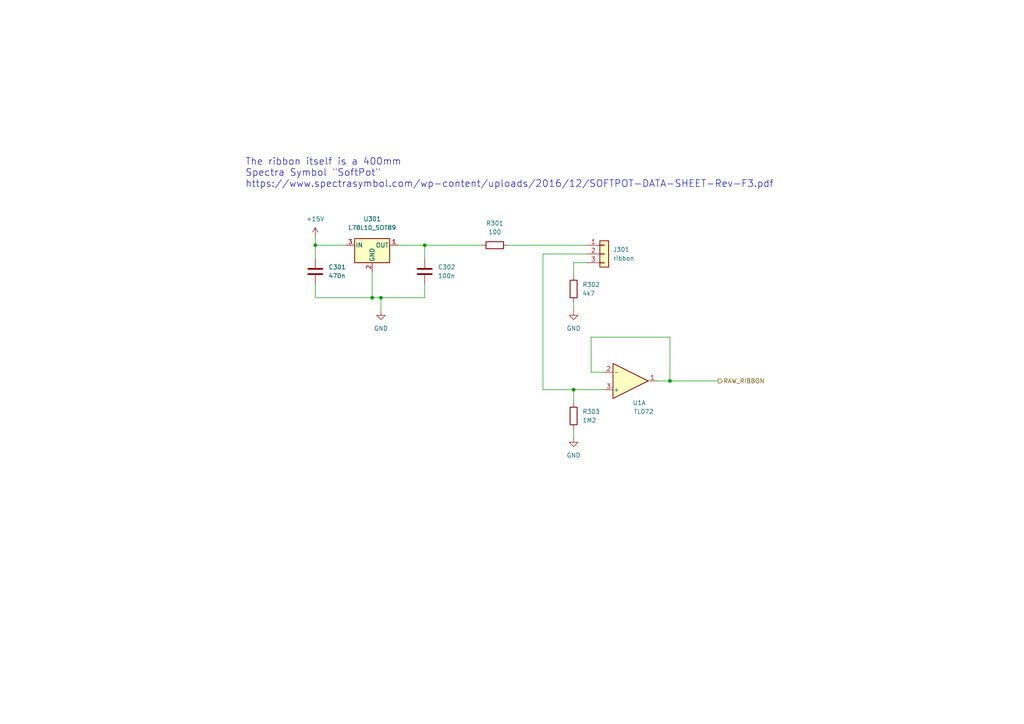
<source format=kicad_sch>
(kicad_sch (version 20211123) (generator eeschema)
  (paper "A4")
  (title_block (title "Josh Ox Ribbon Synth Ribbon board") (date "2022-06-17") (rev "0") (comment 1 "creativecommons.org/licences/by/4.0") (comment 2 "license: CC by 4.0") (comment 3 "Author: Jordan Aceto"))
  (lib_symbols
    (symbol "Amplifier_Operational:TL072" (pin_names (offset 0.127))
      (property "Reference" "U" (at 0 5.08 0))
      (property "Value" "TL072" (at 0 -5.08 0))
      (symbol "TL072_1_1"
        (polyline (pts (xy -5.08 5.08) (xy 5.08 0) (xy -5.08 -5.08) (xy -5.08 5.08)) (stroke (width 0.254)) (fill (type background)))
        (pin output line (at 7.62 0 180) (length 2.54) (name "~") (number "1"))
        (pin input line (at -7.62 -2.54 0) (length 2.54) (name "-") (number "2"))
        (pin input line (at -7.62 2.54 0) (length 2.54) (name "+") (number "3"))
      )
      (symbol "TL072_2_1"
        (polyline (pts (xy -5.08 5.08) (xy 5.08 0) (xy -5.08 -5.08) (xy -5.08 5.08)) (stroke (width 0.254)) (fill (type background)))
        (pin input line (at -7.62 2.54 0) (length 2.54) (name "+") (number "5"))
        (pin input line (at -7.62 -2.54 0) (length 2.54) (name "-") (number "6"))
        (pin output line (at 7.62 0 180) (length 2.54) (name "~") (number "7"))
      )
      (symbol "TL072_3_1"
        (pin power_in line (at -2.54 -7.62 90) (length 3.81) (name "V-") (number "4"))
        (pin power_in line (at -2.54 7.62 270) (length 3.81) (name "V+") (number "8"))
      )
    )
    (symbol "Connector_Generic:Conn_01x03" (pin_names (offset 1.016) hide)
      (property "Reference" "J" (at 0 5.08 0))
      (property "Value" "Conn_01x03" (at 0 -5.08 0))
      (symbol "Conn_01x03_1_1"
        (rectangle (start -1.27 -2.413) (end 0 -2.667) (stroke (width 0.1524)))
        (rectangle (start -1.27 0.127) (end 0 -0.127) (stroke (width 0.1524)))
        (rectangle (start -1.27 2.667) (end 0 2.413) (stroke (width 0.1524)))
        (rectangle (start -1.27 3.81) (end 1.27 -3.81) (stroke (width 0.254)) (fill (type background)))
        (pin passive line (at -5.08 2.54 0) (length 3.81) (name "Pin_1") (number "1"))
        (pin passive line (at -5.08 0 0) (length 3.81) (name "Pin_2") (number "2"))
        (pin passive line (at -5.08 -2.54 0) (length 3.81) (name "Pin_3") (number "3"))
      )
    )
    (symbol "Device:C" (pin_numbers hide) (pin_names (offset 0.254))
      (property "Reference" "C" (at 0.635 2.54 0))
      (property "Value" "C" (at 0.635 -2.54 0))
      (symbol "C_0_1"
        (polyline (pts (xy -2.032 -0.762) (xy 2.032 -0.762)) (stroke (width 0.508)))
        (polyline (pts (xy -2.032 0.762) (xy 2.032 0.762)) (stroke (width 0.508)))
      )
      (symbol "C_1_1"
        (pin passive line (at 0 3.81 270) (length 2.794) (name "~") (number "1"))
        (pin passive line (at 0 -3.81 90) (length 2.794) (name "~") (number "2"))
      )
    )
    (symbol "Device:R" (pin_numbers hide) (pin_names (offset 0))
      (property "Reference" "R" (at 2.032 0 90))
      (property "Value" "R" (at 0 0 90))
      (symbol "R_0_1"
        (rectangle (start -1.016 -2.54) (end 1.016 2.54) (stroke (width 0.254)))
      )
      (symbol "R_1_1"
        (pin passive line (at 0 3.81 270) (length 1.27) (name "~") (number "1"))
        (pin passive line (at 0 -3.81 90) (length 1.27) (name "~") (number "2"))
      )
    )
    (symbol "Regulator_Linear:L78L10_SOT89" (pin_names (offset 0.254))
      (property "Reference" "U" (at -3.81 3.175 0))
      (property "Value" "L78L10_SOT89" (at -0.635 3.175 0))
      (symbol "L78L10_SOT89_0_1"
        (rectangle (start -5.08 1.905) (end 5.08 -5.08) (stroke (width 0.254)) (fill (type background)))
      )
      (symbol "L78L10_SOT89_1_1"
        (pin power_out line (at 7.62 0 180) (length 2.54) (name "OUT") (number "1"))
        (pin power_in line (at 0 -7.62 90) (length 2.54) (name "GND") (number "2"))
        (pin power_in line (at -7.62 0 0) (length 2.54) (name "IN") (number "3"))
      )
    )
    (symbol "power:+15V" (power) (pin_names (offset 0))
      (property "Value" "+15V" (at 0 3.556 0))
      (symbol "+15V_0_1"
        (polyline (pts (xy -0.762 1.27) (xy 0 2.54)))
        (polyline (pts (xy 0 0) (xy 0 2.54)))
        (polyline (pts (xy 0 2.54) (xy 0.762 1.27)))
      )
      (symbol "+15V_1_1"
        (pin power_in line (at 0 0 90) (length 0) hide (name "+15V") (number "1"))
      )
    )
    (symbol "power:GND" (power) (pin_names (offset 0))
      (property "Value" "GND" (at 0 -3.81 0))
      (symbol "GND_0_1"
        (polyline (pts (xy 0 0) (xy 0 -1.27) (xy 1.27 -1.27) (xy 0 -2.54) (xy -1.27 -1.27) (xy 0 -1.27)))
      )
      (symbol "GND_1_1"
        (pin power_in line (at 0 0 270) (length 0) hide (name "GND") (number "1"))
      )
    )
  )
  (junction (at 107.95 86.36))
  (junction (at 123.19 71.12))
  (junction (at 91.44 71.12))
  (junction (at 194.31 110.49))
  (junction (at 110.49 86.36))
  (junction (at 166.37 113.03))
  (wire (pts (xy 157.48 73.66) (xy 157.48 113.03)))
  (wire (pts (xy 100.33 71.12) (xy 91.44 71.12)))
  (wire (pts (xy 91.44 86.36) (xy 107.95 86.36)))
  (wire (pts (xy 175.26 107.95) (xy 171.45 107.95)))
  (wire (pts (xy 147.32 71.12) (xy 170.18 71.12)))
  (wire (pts (xy 171.45 97.79) (xy 194.31 97.79)))
  (wire (pts (xy 170.18 73.66) (xy 157.48 73.66)))
  (wire (pts (xy 166.37 76.2) (xy 170.18 76.2)))
  (wire (pts (xy 166.37 124.46) (xy 166.37 127)))
  (wire (pts (xy 91.44 68.58) (xy 91.44 71.12)))
  (wire (pts (xy 194.31 110.49) (xy 208.28 110.49)))
  (wire (pts (xy 123.19 86.36) (xy 123.19 82.55)))
  (wire (pts (xy 91.44 82.55) (xy 91.44 86.36)))
  (wire (pts (xy 110.49 86.36) (xy 110.49 90.17)))
  (wire (pts (xy 171.45 107.95) (xy 171.45 97.79)))
  (wire (pts (xy 194.31 110.49) (xy 190.5 110.49)))
  (wire (pts (xy 123.19 71.12) (xy 139.7 71.12)))
  (wire (pts (xy 166.37 87.63) (xy 166.37 90.17)))
  (wire (pts (xy 123.19 71.12) (xy 115.57 71.12)))
  (wire (pts (xy 107.95 78.74) (xy 107.95 86.36)))
  (wire (pts (xy 110.49 86.36) (xy 123.19 86.36)))
  (wire (pts (xy 107.95 86.36) (xy 110.49 86.36)))
  (wire (pts (xy 123.19 74.93) (xy 123.19 71.12)))
  (wire (pts (xy 166.37 113.03) (xy 175.26 113.03)))
  (wire (pts (xy 194.31 97.79) (xy 194.31 110.49)))
  (wire (pts (xy 91.44 71.12) (xy 91.44 74.93)))
  (wire (pts (xy 157.48 113.03) (xy 166.37 113.03)))
  (wire (pts (xy 166.37 80.01) (xy 166.37 76.2)))
  (wire (pts (xy 166.37 116.84) (xy 166.37 113.03)))
  (text "The ribbon itself is a 400mm\nSpectra Symbol \"SoftPot\"\nhttps://www.spectrasymbol.com/wp-content/uploads/2016/12/SOFTPOT-DATA-SHEET-Rev-F3.pdf" (at 71.12 54.61 0) (effects (font (size 2 2)) (justify left bottom)))
  (hierarchical_label "RAW_RIBBON" (shape output) (at 208.28 110.49 0))
  (symbol (lib_id "Device:R") (at 166.37 83.82 0) (unit 1)
    (property "Reference" "R302" (at 168.91 82.5499 0) (effects (justify left)))
    (property "Value" "4k7" (at 168.91 85.0899 0) (effects (justify left)))
    (property "Footprint" "Resistor_SMD:R_0805_2012Metric" (effects hide))
  )
  (symbol (lib_id "Device:C") (at 91.44 78.74 0) (unit 1)
    (property "Reference" "C301" (at 95.25 77.4699 0) (effects (justify left)))
    (property "Value" "470n" (at 95.25 80.0099 0) (effects (justify left)))
    (property "Footprint" "Capacitor_SMD:C_0805_2012Metric" (effects hide))
  )
  (symbol (lib_id "power:GND") (at 110.49 90.17 0) (unit 1)
    (property "Reference" "#PWR0302" (effects hide))
    (property "Value" "GND" (at 110.49 95.25 0))
  )
  (symbol (lib_id "Device:R") (at 143.51 71.12 90) (unit 1)
    (property "Reference" "R301" (at 143.51 64.77 90))
    (property "Value" "100" (at 143.51 67.31 90))
    (property "Footprint" "Resistor_SMD:R_0805_2012Metric" (effects hide))
  )
  (symbol (lib_id "Connector_Generic:Conn_01x03") (at 175.26 73.66 0) (unit 1)
    (property "Reference" "J301" (at 177.8 72.3899 0) (effects (justify left)))
    (property "Value" "ribbon" (at 177.8 74.9299 0) (effects (justify left)))
    (property "Footprint" "Connector_Molex:Molex_KK-254_AE-6410-03A_1x03_P2.54mm_Vertical" (effects hide))
  )
  (symbol (lib_id "Device:R") (at 166.37 120.65 0) (unit 1)
    (property "Reference" "R303" (at 168.91 119.3799 0) (effects (justify left)))
    (property "Value" "1M2" (at 168.91 121.9199 0) (effects (justify left)))
    (property "Footprint" "Resistor_SMD:R_0805_2012Metric" (effects hide))
  )
  (symbol (lib_id "Device:C") (at 123.19 78.74 0) (unit 1)
    (property "Reference" "C302" (at 127 77.4699 0) (effects (justify left)))
    (property "Value" "100n" (at 127 80.0099 0) (effects (justify left)))
    (property "Footprint" "Capacitor_SMD:C_0805_2012Metric" (effects hide))
  )
  (symbol (lib_id "power:GND") (at 166.37 127 0) (unit 1)
    (property "Reference" "#PWR0304" (effects hide))
    (property "Value" "GND" (at 166.37 132.08 0))
  )
  (symbol (lib_id "Amplifier_Operational:TL072") (at 182.88 110.49 0) (mirror x) (unit 1)
    (property "Reference" "U1" (at 185.42 116.84 0))
    (property "Value" "TL072" (at 186.69 119.38 0))
    (property "Footprint" "Package_SO:SO-8_5.3x6.2mm_P1.27mm" (effects hide))
    (property "Datasheet" "http://www.ti.com/lit/ds/symlink/tl071.pdf" (effects hide))
  )
  (symbol (lib_id "power:GND") (at 166.37 90.17 0) (unit 1)
    (property "Reference" "#PWR0303" (effects hide))
    (property "Value" "GND" (at 166.37 95.25 0))
  )
  (symbol (lib_id "power:+15V") (at 91.44 68.58 0) (unit 1)
    (property "Reference" "#PWR0301" (effects hide))
    (property "Value" "+15V" (at 91.44 63.5 0))
  )
  (symbol (lib_id "Regulator_Linear:L78L10_SOT89") (at 107.95 71.12 0) (unit 1)
    (property "Reference" "U301" (at 107.95 63.5 0))
    (property "Value" "L78L10_SOT89" (at 107.95 66.04 0))
    (property "Footprint" "Package_TO_SOT_SMD:SOT-89-3" (effects hide))
    (property "Datasheet" "http://www.st.com/content/ccc/resource/technical/document/datasheet/15/55/e5/aa/23/5b/43/fd/CD00000446.pdf/files/CD00000446.pdf/jcr:content/translations/en.CD00000446.pdf" (effects hide))
  )
)
</source>
